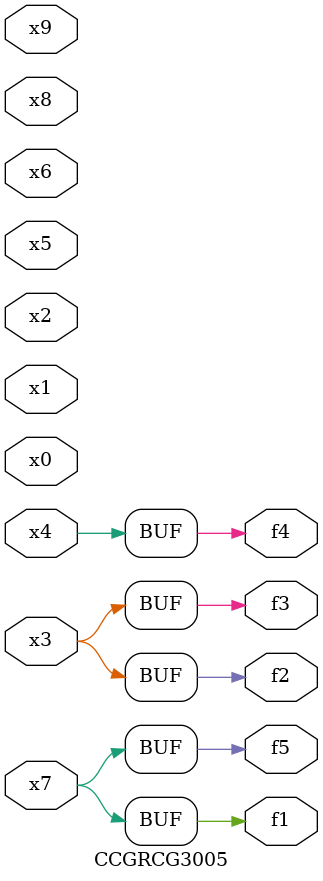
<source format=v>
module CCGRCG3005(
	input x0, x1, x2, x3, x4, x5, x6, x7, x8, x9,
	output f1, f2, f3, f4, f5
);
	assign f1 = x7;
	assign f2 = x3;
	assign f3 = x3;
	assign f4 = x4;
	assign f5 = x7;
endmodule

</source>
